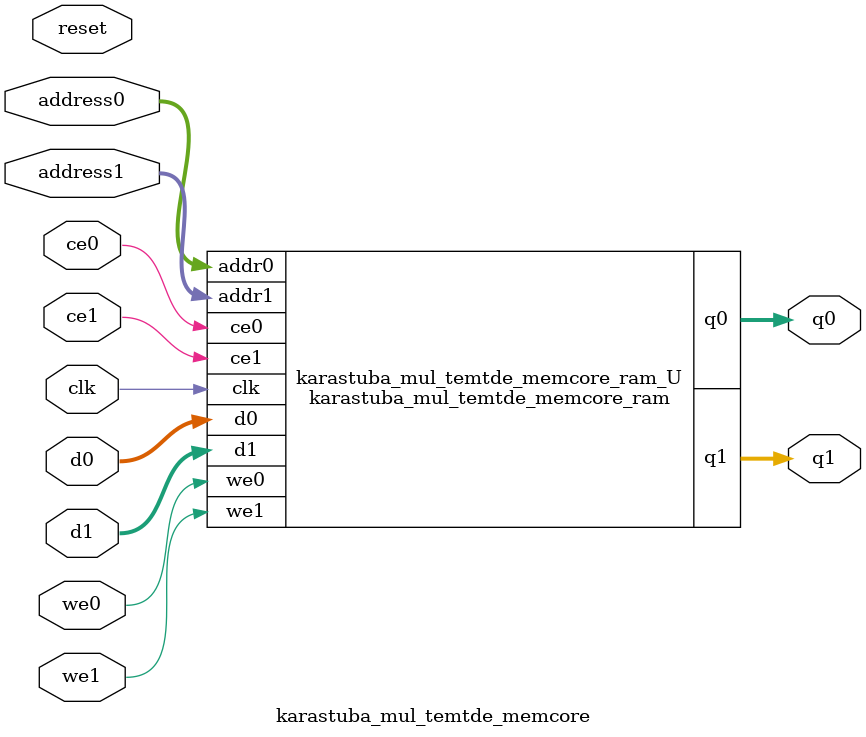
<source format=v>
`timescale 1 ns / 1 ps
module karastuba_mul_temtde_memcore_ram (addr0, ce0, d0, we0, q0, addr1, ce1, d1, we1, q1,  clk);

parameter DWIDTH = 64;
parameter AWIDTH = 5;
parameter MEM_SIZE = 32;

input[AWIDTH-1:0] addr0;
input ce0;
input[DWIDTH-1:0] d0;
input we0;
output reg[DWIDTH-1:0] q0;
input[AWIDTH-1:0] addr1;
input ce1;
input[DWIDTH-1:0] d1;
input we1;
output reg[DWIDTH-1:0] q1;
input clk;

(* ram_style = "block" *)reg [DWIDTH-1:0] ram[0:MEM_SIZE-1];




always @(posedge clk)  
begin 
    if (ce0) begin
        if (we0) 
            ram[addr0] <= d0; 
        q0 <= ram[addr0];
    end
end


always @(posedge clk)  
begin 
    if (ce1) begin
        if (we1) 
            ram[addr1] <= d1; 
        q1 <= ram[addr1];
    end
end


endmodule

`timescale 1 ns / 1 ps
module karastuba_mul_temtde_memcore(
    reset,
    clk,
    address0,
    ce0,
    we0,
    d0,
    q0,
    address1,
    ce1,
    we1,
    d1,
    q1);

parameter DataWidth = 32'd64;
parameter AddressRange = 32'd32;
parameter AddressWidth = 32'd5;
input reset;
input clk;
input[AddressWidth - 1:0] address0;
input ce0;
input we0;
input[DataWidth - 1:0] d0;
output[DataWidth - 1:0] q0;
input[AddressWidth - 1:0] address1;
input ce1;
input we1;
input[DataWidth - 1:0] d1;
output[DataWidth - 1:0] q1;



karastuba_mul_temtde_memcore_ram karastuba_mul_temtde_memcore_ram_U(
    .clk( clk ),
    .addr0( address0 ),
    .ce0( ce0 ),
    .we0( we0 ),
    .d0( d0 ),
    .q0( q0 ),
    .addr1( address1 ),
    .ce1( ce1 ),
    .we1( we1 ),
    .d1( d1 ),
    .q1( q1 ));

endmodule


</source>
